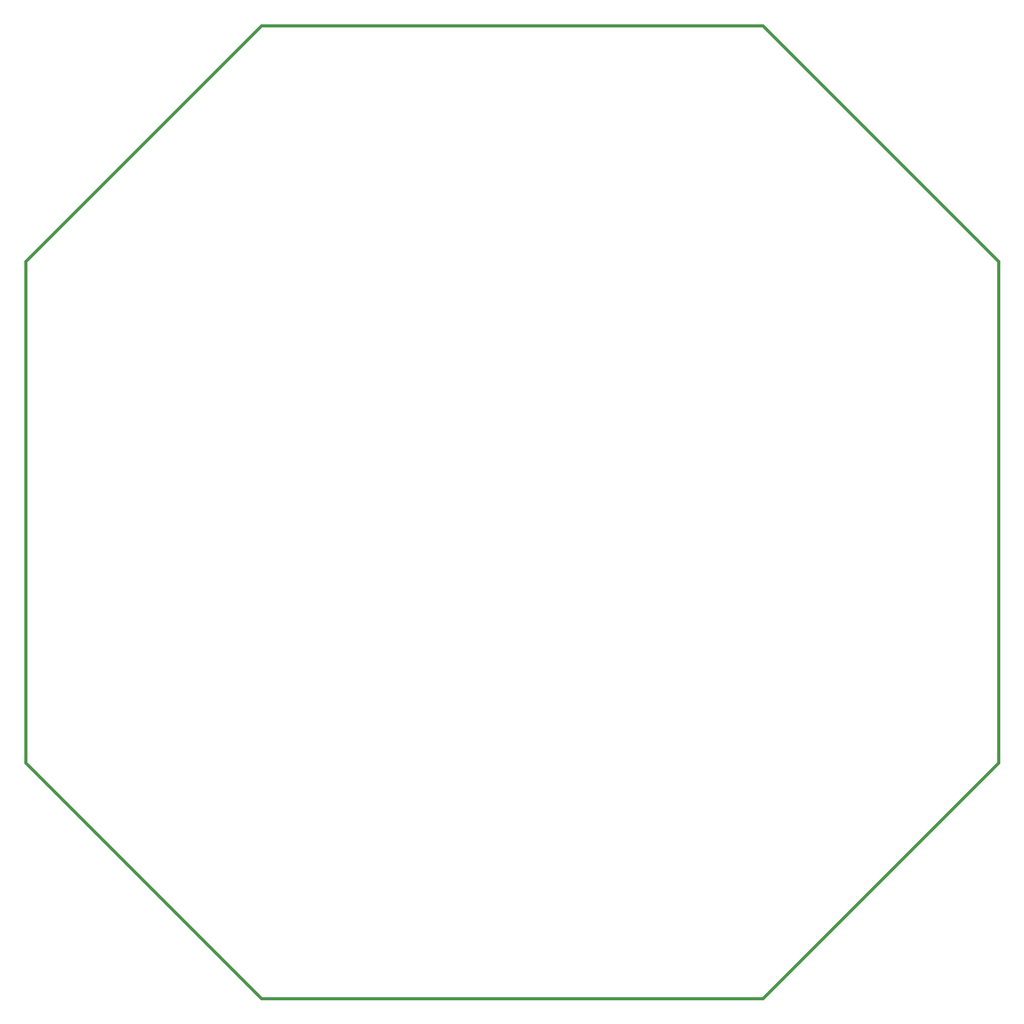
<source format=gbr>
%TF.GenerationSoftware,Altium Limited,Altium Designer,19.1.6 (110)*%
G04 Layer_Color=32768*
%FSLAX43Y43*%
%MOMM*%
%TF.FileFunction,Other,Board_Outline_(ES)*%
%TF.Part,Single*%
G01*
G75*
%TA.AperFunction,NonConductor*%
%ADD20C,0.400*%
D20*
X-0Y100000D02*
X16000Y116000D01*
X-16000Y16000D02*
X16000Y-16000D01*
X-16000Y16000D02*
Y16000D01*
X16000Y116000D02*
X84000D01*
X116000Y84000D01*
X-16000Y16000D02*
Y84000D01*
X-0Y100000D01*
X16000Y-16000D02*
X84000D01*
X116000Y16000D01*
Y84000D01*
%TF.MD5,aa71ef830dc34ad67cbd1ae01dc34bc6*%
M02*

</source>
